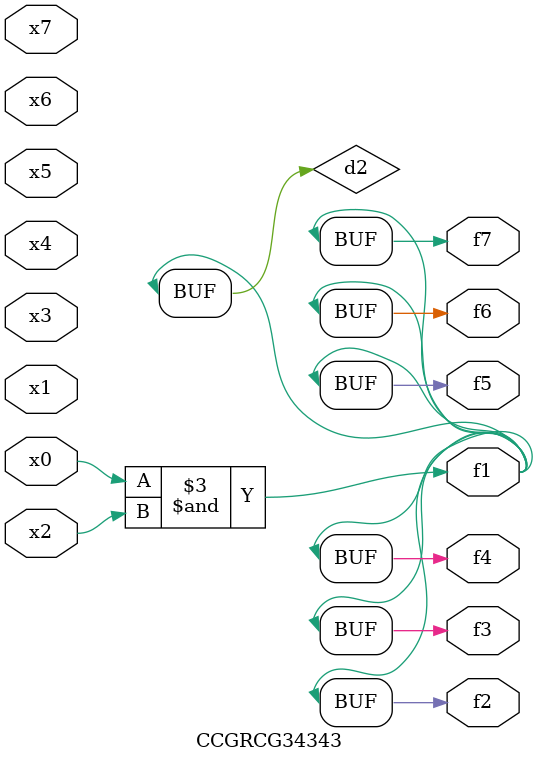
<source format=v>
module CCGRCG34343(
	input x0, x1, x2, x3, x4, x5, x6, x7,
	output f1, f2, f3, f4, f5, f6, f7
);

	wire d1, d2;

	nor (d1, x3, x6);
	and (d2, x0, x2);
	assign f1 = d2;
	assign f2 = d2;
	assign f3 = d2;
	assign f4 = d2;
	assign f5 = d2;
	assign f6 = d2;
	assign f7 = d2;
endmodule

</source>
